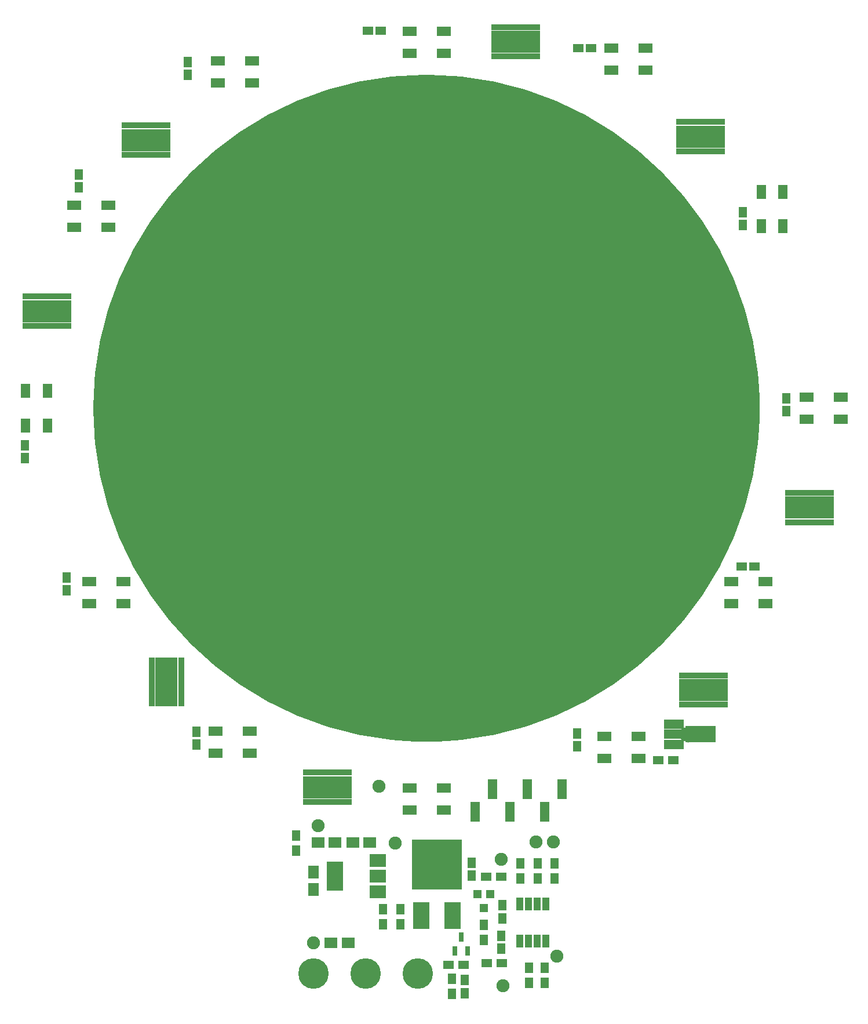
<source format=gbr>
G04 #@! TF.FileFunction,Soldermask,Top*
%FSLAX46Y46*%
G04 Gerber Fmt 4.6, Leading zero omitted, Abs format (unit mm)*
G04 Created by KiCad (PCBNEW 4.0.7) date 02/08/19 10:13:27*
%MOMM*%
%LPD*%
G01*
G04 APERTURE LIST*
%ADD10C,0.100000*%
%ADD11R,2.400000X4.200000*%
%ADD12R,2.400000X1.900000*%
%ADD13R,1.300000X1.600000*%
%ADD14R,1.900000X1.650000*%
%ADD15R,1.150000X1.600000*%
%ADD16R,1.650000X1.900000*%
%ADD17R,1.600000X1.150000*%
%ADD18C,4.464000*%
%ADD19R,2.000000X1.400000*%
%ADD20R,1.400000X2.000000*%
%ADD21R,1.200000X1.300000*%
%ADD22R,2.400000X3.900000*%
%ADD23R,7.400000X7.400000*%
%ADD24R,1.600000X1.300000*%
%ADD25R,1.000000X1.950000*%
%ADD26C,1.900000*%
%ADD27R,1.400000X2.910000*%
%ADD28R,0.740000X1.440000*%
%ADD29R,2.900000X1.400000*%
%ADD30R,4.400000X2.400000*%
%ADD31R,7.180000X0.900000*%
%ADD32R,7.180000X3.180000*%
%ADD33R,0.900000X7.180000*%
%ADD34R,3.180000X7.180000*%
%ADD35C,97.400000*%
G04 APERTURE END LIST*
D10*
D11*
X133908000Y-169912000D03*
D12*
X140208000Y-169912000D03*
X140208000Y-167612000D03*
X140208000Y-172212000D03*
D13*
X166053788Y-170233428D03*
X166053788Y-168033428D03*
D14*
X133370000Y-179705000D03*
X135870000Y-179705000D03*
D15*
X158445788Y-174183000D03*
X158445788Y-176083000D03*
D16*
X130792298Y-171839852D03*
X130792298Y-169339852D03*
D15*
X152908000Y-185105000D03*
X152908000Y-187005000D03*
D14*
X139027298Y-165050852D03*
X136527298Y-165050852D03*
X131447298Y-165050852D03*
X133947298Y-165050852D03*
D15*
X153924000Y-167960000D03*
X153924000Y-169860000D03*
X88646000Y-107000000D03*
X88646000Y-108900000D03*
D17*
X140650000Y-46482000D03*
X138750000Y-46482000D03*
D15*
X199898000Y-100142000D03*
X199898000Y-102042000D03*
X113720000Y-148850000D03*
X113720000Y-150750000D03*
X96520000Y-69342000D03*
X96520000Y-67442000D03*
D17*
X171384000Y-49022000D03*
X169484000Y-49022000D03*
X193370000Y-124714000D03*
X195270000Y-124714000D03*
D15*
X94720000Y-126300000D03*
X94720000Y-128200000D03*
X112456000Y-51052000D03*
X112456000Y-52952000D03*
X193548000Y-74864000D03*
X193548000Y-72964000D03*
X169320000Y-149100000D03*
X169320000Y-151000000D03*
D18*
X130810000Y-184150000D03*
X138430000Y-184150000D03*
X146050000Y-184150000D03*
D19*
X144820000Y-157100000D03*
X144820000Y-160300000D03*
X149820000Y-157100000D03*
X149820000Y-160300000D03*
X121520000Y-152000000D03*
X121520000Y-148800000D03*
X116520000Y-152000000D03*
X116520000Y-148800000D03*
X103020000Y-130100000D03*
X103020000Y-126900000D03*
X98020000Y-130100000D03*
X98020000Y-126900000D03*
D20*
X91920000Y-99100000D03*
X88720000Y-99100000D03*
X91920000Y-104100000D03*
X88720000Y-104100000D03*
D19*
X100820000Y-75200000D03*
X100820000Y-72000000D03*
X95820000Y-75200000D03*
X95820000Y-72000000D03*
X121814000Y-54110000D03*
X121814000Y-50910000D03*
X116814000Y-54110000D03*
X116814000Y-50910000D03*
X149820000Y-49810000D03*
X149820000Y-46610000D03*
X144820000Y-49810000D03*
X144820000Y-46610000D03*
X179320000Y-52200000D03*
X179320000Y-49000000D03*
X174320000Y-52200000D03*
X174320000Y-49000000D03*
D20*
X199420000Y-70000000D03*
X196220000Y-70000000D03*
X199420000Y-75000000D03*
X196220000Y-75000000D03*
D19*
X207820000Y-103200000D03*
X207820000Y-100000000D03*
X202820000Y-103200000D03*
X202820000Y-100000000D03*
X196820000Y-130100000D03*
X196820000Y-126900000D03*
X191820000Y-130100000D03*
X191820000Y-126900000D03*
X178320000Y-152700000D03*
X178320000Y-149500000D03*
X173320000Y-152700000D03*
X173320000Y-149500000D03*
D21*
X156652000Y-172542672D03*
X154752000Y-172542672D03*
X155702000Y-174542672D03*
D22*
X146569688Y-175651202D03*
X151149688Y-175651202D03*
D23*
X148869688Y-168251202D03*
D24*
X150538000Y-182880000D03*
X152738000Y-182880000D03*
D13*
X151003000Y-184955000D03*
X151003000Y-187155000D03*
D24*
X158242000Y-170002672D03*
X156042000Y-170002672D03*
D13*
X143510000Y-176995000D03*
X143510000Y-174795000D03*
X155702000Y-179238000D03*
X155702000Y-177038000D03*
X163553788Y-170233428D03*
X163553788Y-168033428D03*
X161053788Y-170233428D03*
X161053788Y-168033428D03*
X162303788Y-183283428D03*
X162303788Y-185483428D03*
X164553788Y-183283428D03*
X164553788Y-185483428D03*
D24*
X158326000Y-182626000D03*
X156126000Y-182626000D03*
D25*
X160985788Y-179413428D03*
X162255788Y-179413428D03*
X163525788Y-179413428D03*
X164795788Y-179413428D03*
X164795788Y-174013428D03*
X163525788Y-174013428D03*
X162255788Y-174013428D03*
X160985788Y-174013428D03*
D15*
X158242000Y-178628000D03*
X158242000Y-180528000D03*
D26*
X140335000Y-156845000D03*
X130810000Y-179705000D03*
X142748000Y-165100000D03*
X131445000Y-162560000D03*
X166370000Y-181610000D03*
D27*
X154432000Y-160528000D03*
X159512000Y-160528000D03*
X164592000Y-160528000D03*
X156972000Y-157218000D03*
X162052000Y-157218000D03*
X167132000Y-157218000D03*
D26*
X165826894Y-164903214D03*
X163286894Y-164903214D03*
X158242000Y-167513000D03*
X158496000Y-185928000D03*
D13*
X140970000Y-176995000D03*
X140970000Y-174795000D03*
D28*
X152400000Y-178782000D03*
X153350000Y-180882000D03*
X151450000Y-180882000D03*
D29*
X183440000Y-147725000D03*
X183440000Y-149225000D03*
X183440000Y-150725000D03*
D30*
X187400000Y-149225000D03*
D10*
G36*
X185625000Y-150425000D02*
X184475000Y-149925000D01*
X184475000Y-148525000D01*
X185625000Y-148025000D01*
X185625000Y-150425000D01*
X185625000Y-150425000D01*
G37*
D13*
X128270000Y-164000000D03*
X128270000Y-166200000D03*
D24*
X183345000Y-153035000D03*
X181145000Y-153035000D03*
D31*
X132820000Y-154800000D03*
X132820000Y-159100000D03*
D32*
X132820000Y-156950000D03*
D33*
X107170000Y-141600000D03*
X111470000Y-141600000D03*
D34*
X109320000Y-141600000D03*
D31*
X91820000Y-85300000D03*
X91820000Y-89600000D03*
D32*
X91820000Y-87450000D03*
D31*
X106320000Y-60300000D03*
X106320000Y-64600000D03*
D32*
X106320000Y-62450000D03*
D31*
X160320000Y-50250000D03*
X160320000Y-45950000D03*
D32*
X160320000Y-48100000D03*
D31*
X187320000Y-64100000D03*
X187320000Y-59800000D03*
D32*
X187320000Y-61950000D03*
D31*
X203320000Y-118250000D03*
X203320000Y-113950000D03*
D32*
X203320000Y-116100000D03*
D31*
X187820000Y-144900000D03*
X187820000Y-140600000D03*
D32*
X187820000Y-142750000D03*
D35*
X147320000Y-101600000D03*
M02*

</source>
